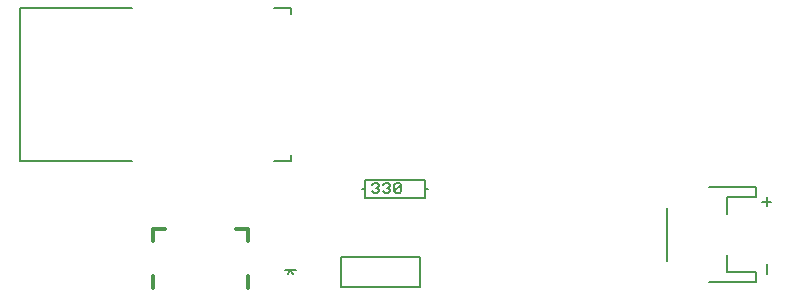
<source format=gto>
G75*
%MOIN*%
%OFA0B0*%
%FSLAX25Y25*%
%IPPOS*%
%LPD*%
%AMOC8*
5,1,8,0,0,1.08239X$1,22.5*
%
%ADD10C,0.00500*%
%ADD11C,0.00700*%
%ADD12C,0.00800*%
%ADD13C,0.00600*%
%ADD14C,0.01200*%
D10*
X0002969Y0055756D02*
X0002969Y0106937D01*
X0040370Y0106937D01*
X0087614Y0106937D02*
X0093520Y0106937D01*
X0093520Y0104969D01*
X0093520Y0057724D02*
X0093520Y0055756D01*
X0087614Y0055756D01*
X0040370Y0055756D02*
X0002969Y0055756D01*
X0218933Y0040205D02*
X0218933Y0022488D01*
X0232713Y0015598D02*
X0248461Y0015598D01*
X0248461Y0018945D01*
X0238618Y0018945D01*
X0238618Y0024457D01*
X0238618Y0038236D02*
X0238618Y0043748D01*
X0248461Y0043748D01*
X0248461Y0047094D01*
X0232713Y0047094D01*
D11*
X0250307Y0042331D02*
X0253577Y0042331D01*
X0251942Y0040696D02*
X0251942Y0043966D01*
X0251942Y0021466D02*
X0251942Y0018196D01*
D12*
X0139244Y0046346D02*
X0138244Y0046346D01*
X0138244Y0043346D01*
X0118244Y0043346D01*
X0118244Y0046346D01*
X0117244Y0046346D01*
X0118244Y0046346D02*
X0118244Y0049346D01*
X0138244Y0049346D01*
X0138244Y0046346D01*
X0136433Y0023965D02*
X0110055Y0023965D01*
X0110055Y0013728D01*
X0136433Y0013728D01*
X0136433Y0023965D01*
X0095055Y0019516D02*
X0093244Y0019516D01*
X0094165Y0018295D01*
X0093244Y0019516D02*
X0091433Y0019516D01*
X0092384Y0018295D02*
X0093144Y0019455D01*
D13*
X0120544Y0045714D02*
X0121111Y0045146D01*
X0122246Y0045146D01*
X0122813Y0045714D01*
X0122813Y0046281D01*
X0122246Y0046848D01*
X0121678Y0046848D01*
X0122246Y0046848D02*
X0122813Y0047415D01*
X0122813Y0047982D01*
X0122246Y0048549D01*
X0121111Y0048549D01*
X0120544Y0047982D01*
X0124227Y0047982D02*
X0124794Y0048549D01*
X0125929Y0048549D01*
X0126496Y0047982D01*
X0126496Y0047415D01*
X0125929Y0046848D01*
X0126496Y0046281D01*
X0126496Y0045714D01*
X0125929Y0045146D01*
X0124794Y0045146D01*
X0124227Y0045714D01*
X0125362Y0046848D02*
X0125929Y0046848D01*
X0127910Y0045714D02*
X0127910Y0047982D01*
X0128478Y0048549D01*
X0129612Y0048549D01*
X0130179Y0047982D01*
X0127910Y0045714D01*
X0128478Y0045146D01*
X0129612Y0045146D01*
X0130179Y0045714D01*
X0130179Y0047982D01*
D14*
X0047496Y0017409D02*
X0047496Y0013472D01*
X0078992Y0013472D02*
X0078992Y0017409D01*
X0078992Y0029220D02*
X0078992Y0033157D01*
X0075055Y0033157D01*
X0051433Y0033157D02*
X0047496Y0033157D01*
X0047524Y0033086D02*
X0047524Y0029220D01*
X0047496Y0029220D01*
M02*

</source>
